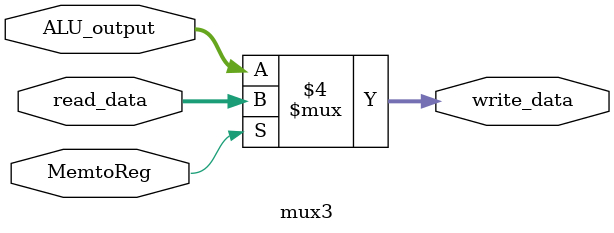
<source format=v>
`timescale 1ns / 1ps
module pipelined_mipstest(input clk,input reset);
wire [31:0]instruction,pc_out1,pc_out1_s1,instruction_s1;
wire  [31:0]pc;
wire [31:0]pc_out1_s2;
wire [31:0]extended_32,extended_32_s2,read_data1,read_data2,read_data1_s2,read_data2_s2,read_data2_s3,read_data3_s4,read_data3;
wire [4:0]instruction_s2_a,instruction_s2_b;
wire [31:0]ALU_result_s3,ALU_result_s4,ALU_result;
wire [3:0]ALUCtrl;


wire [31:0]write_data,write_data_s4,alu_in2;
//wire [4:0]instruction_s2_a,instruction_s2_b;
wire [4:0]write_reg,write_reg_s3,write_reg_s4;
wire [4:0] rs_s2,rt_s2;
wire [1:0]fwa,fwb;
wire [31:0]alu1,alu2,final_data;
//initial pc = 0;
//------------------------------------  stage 1
initialise i(reset, clk,pc,pc_out1);
instruction_mem im(clk,pc,instruction);
add1 a1(pc,pc_out1);
dff1 d1(clk,pc_out1,instruction,pc_out1_s1,instruction_s1);
//------------------------------------  stage 2
control ctrl(instruction_s1,RegDst,ALUSrc,MemtoReg,RegWrite,MemRead,MemWrite,Branch,ALUOp1,ALUOp0);
Register_mem rm(clk,instruction_s1[25:21],instruction_s1[20:16],write_reg_s4,write_data_s4,read_data1,read_data2,RegWrite_s4);
sign_extend snext(instruction_s1[15:0],extended_32);
dff2 d2(instruction_s1[25:21],instruction_s1[20:16],rs_s2,rt_s2,clk,RegDst,ALUSrc,MemtoReg,RegWrite,MemRead,MemWrite,Branch,ALUOp1,ALUOp0,
         RegDst_s2,ALUSrc_s2,MemtoReg_s2,RegWrite_s2,MemRead_s2,MemWrite_s2,Branch_s2,ALUOp1_s2,ALUOp0_s2,pc_out1_s1,pc_out1_s2,extended_32,extended_32_s2,
        instruction_s1[20:16],instruction_s1[15:11],instruction_s2_a,instruction_s2_b,read_data1,read_data2,read_data1_s2,read_data2_s2);
//------------------------------------  stage 3
mux1 m1(instruction_s2_a,instruction_s2_b,RegDst_s2,write_reg);

ALU_control ac(extended_32_s2[5:0],ALUOp1_s2,ALUOp0_s2,ALUCtrl);

forward_1 f1(rs_s2,rt_s2,write_reg_s3,RegWrite_s3,fwa,fwb,write_reg_s4,RegWrite_s4);
muxfa1 mfa1(read_data1_s2,ALU_result_s3,write_data_s4,fwa,alu1);

muxfa2 mfa2(read_data2_s2,ALU_result_s3,write_data_s4,fwb,alu2);

mux2 m2(alu2,extended_32_s2,ALUSrc_s2,alu_in2);
ALU alu(clk,alu1,alu_in2,ALUCtrl,ALU_result);
dff3 d3(clk,ALU_result,write_reg,read_data2_s2,MemWrite_s2,MemtoReg_s2,MemRead_s2,ALU_result_s3,write_reg_s3,read_data2_s3,MemWrite_s3,MemtoReg_s3,MemRead_s3,RegWrite_s2,RegWrite_s3);

//-------------------------------------   stage 4
data_memory dm(clk,MemWrite_s3,MemRead_s3,ALU_result_s3,read_data2_s3,read_data3);
dff4 d4(clk,MemtoReg_s3,MemtoReg_s4,read_data3,read_data3_s4,ALU_result_s3,ALU_result_s4,write_reg_s3,write_reg_s4,RegWrite_s3,RegWrite_s4);

//-----------------------------------    stage 5

mux3 m3(read_data3_s4,ALU_result_s4,MemtoReg_s4,write_data_s4);
endmodule




///////////////////////////INSTRUCTION_FETCH UNIT/////////////////////////////////////
module initialise (input reset ,input clk,output reg [31:0]pc,input [31:0]pc_out1);
always @(posedge clk) begin 
if(reset) pc=0;
else 
    pc=pc_out1;

end
endmodule


module instruction_mem(input clk,input [31:0]address,output reg [31:0]instruction);

wire  [0:31]mem[31:0];

assign mem[0] = 32'b000000_00010_00010_00011_00000_100001;
assign mem[4] = 32'b000000_00100_00001_00001_00000_011011;
assign mem[8] = 32'b000000_00011_00010_00100_00000_100001;
assign mem[12] = 32'b000000_00001_00010_00000_00000_011011;
assign mem[16] = 32'b000000_00110_00110_00000_00000_011001;
assign mem[20] = 32'b000000_00001_00010_00011_00000_100100;
assign mem[24] = 32'b000000_00001_00010_00011_00000_100010;
assign mem[28] = 32'b000000_00001_00010_00011_00000_100000;

always@(*) begin 
     instruction = mem[address];
end

endmodule

module add1(input [31:0]pc,output [31:0]pc_out1);

assign pc_out1 = pc+4;

endmodule

module dff1 (input clk,input [31:0]pc_out1,input [31:0]instruction,output reg [31:0]pc_out1_s1,output reg [31:0]instruction_s1);

always @(posedge clk) begin 
    pc_out1_s1 <= pc_out1;
    instruction_s1 <= instruction;
end

endmodule

module control (input [31:0]instruction,output reg RegDst,output reg  ALUSrc,output reg MemtoReg,output reg RegWrite, 
                output reg MemRead,output reg MemWrite,output reg Branch,output reg ALUOp1,output reg ALUOp0);

always @(instruction) begin 
case(instruction[31:26])

6'b000000: begin 
		RegDst  =1;
		ALUSrc = 0;
		MemtoReg = 0;
		RegWrite = 1;
		MemRead  = 0;
		MemWrite = 0;
		Branch = 0;
		ALUOp1 = 1;
		ALUOp0 = 0;
	end
6'b100011: begin 
		RegDst  =1;
		ALUSrc = 0;
		MemtoReg = 0;
		RegWrite = 1;
		MemRead  = 0;
		MemWrite = 0;
		Branch = 0;
		ALUOp1 = 1;
		ALUOp0 = 0;
	end
6'b101011: begin 
		RegDst  =1;
		ALUSrc = 0;
		MemtoReg = 0;
		RegWrite = 1;
		MemRead  = 0;
		MemWrite = 0;
		Branch = 0;
		ALUOp1 = 1;
		ALUOp0 = 0;
	end
6'b000100: begin 
		RegDst  =1;
		ALUSrc = 0;
		MemtoReg = 0;
		RegWrite = 1;
		MemRead  = 0;
		MemWrite = 0;
		Branch = 0;
		ALUOp1 = 1;
		ALUOp0 = 0;
	end



endcase
end

endmodule
///////////////////Instruction Decode//////////////////// 
module Register_mem (input clk,input [4:0]read_reg1,input [4:0]read_reg2,input [4:0]write_reg,
                     input [31:0]write_data,output reg [31:0]read_data1,output reg [31:0]read_data2,input RegWrite);

reg [31:0]reg_mem[31:0];
reg [31:0]i;
initial begin 
for (i = 0; i < 32; i=i+1) begin 
     reg_mem[i] = i;
end

end

always @(*) begin 

     read_data1 = reg_mem[read_reg1];
     read_data2 = reg_mem[read_reg2]; 
     if(RegWrite) begin
             reg_mem[write_reg ] = write_data;
end
end

endmodule

module sign_extend(input [15:0]a,output [31:0]b);

assign b = {{16{a[15]}},a};

endmodule

module dff2(input [4:0]sa,input [4:0]sb,output reg [4:0]rs_s2,output reg [4:0]rt_s2,input clk,
         input RegDst,input ALUSrc,input MemtoReg,input RegWrite,input MemRead,input MemWrite,input Branch,
	input ALUOp1,input ALUOp0,output reg RegDst_s2,output reg  ALUSrc_s2,output reg  MemtoReg_s2,
        output reg  RegWrite_s2,output reg  MemRead_s2,output reg  MemWrite_s2,output reg  Branch_s2,output  reg ALUOp1_s2,
        output reg  ALUOp0_s2,input  [31:0]pc_out1_s1,output reg [31:0]pc_out1_s2,input [31:0] extended_32,output reg  [31:0] extended_32_s2,
        input [4:0]instruction_a,input [4:0]instruction_b,output reg [4:0]instruction_s2_a,output reg [4:0]instruction_s2_b,
        input [31:0] read_data1,input [31:0] read_data2,output reg [31:0] read_data1_s2,output reg [31:0] read_data2_s2);

always @(posedge clk) begin 
     rs_s2<=sa;
     rt_s2<=sb;
     RegDst_s2<=RegDst;
     ALUSrc_s2<=ALUSrc;
     MemtoReg_s2<=MemtoReg;
     RegWrite_s2<=RegWrite;
     MemRead_s2<=MemRead;
     MemWrite_s2<=MemWrite;
     Branch_s2<=Branch;
     ALUOp1_s2<=ALUOp1;
     ALUOp0_s2<=ALUOp0;
     extended_32_s2<=extended_32;
     instruction_s2_a <=instruction_a;
     instruction_s2_b<=instruction_b;
     read_data1_s2<=read_data1;
     read_data2_s2<=read_data2;
     pc_out1_s2<=pc_out1_s1;
end

endmodule

//------------------------------------------------------ stage 3

module mux1(input [4:0]a,input [4:0]b,input sel,output [4:0]c);
assign c = (sel)?b:a;
endmodule

module ALU_control (input [5:0]a,input ALUOp1,input ALUOp0,output [3:0]ALUCtrl);
assign ALUCtrl = (({ALUOp1,ALUOp0}==2'b10))?((a == 6'b100001)?4'b0010:(a == 6'b100010)?4'b0110:(a == 6'b100100)?4'b0000:(a==6'b100101)?4'b0001:(a == 6'b011011)?4'b0100:4'b0011):4'bz;

endmodule


module mux2 (input [31:0]read_data2,input [31:0]extended32,input ALUSrc,output [31:0]alu_in2);

assign alu_in2 = (ALUSrc)?extended32:read_data2;

endmodule

module ALU (input clk,input [31:0]read_data1,input [31:0]alu_in2,input [3:0]ALUCtrl,output reg [31:0]ALU_output);

always @(ALUCtrl,read_data1,alu_in2) begin 
case(ALUCtrl)
     4'b0010: ALU_output = read_data1+alu_in2; 
     4'b0110: ALU_output = read_data1-alu_in2;
     4'b0000: ALU_output = read_data1 & alu_in2;
     4'b0001: ALU_output = read_data1 | alu_in2;
     4'b0011: ALU_output = multiplier(read_data1, alu_in2);
     4'b0100:begin ALU_output = div(read_data1, alu_in2);end
endcase


$display("control = ",ALUCtrl, " result = ",ALU_output);
end


function [31:0]multiplier(input [31:0]a,input [31:0]b);
parameter WIDTH = 32;
reg [WIDTH-1:0]temp;
reg [WIDTH-1:0]m;
reg [WIDTH-1:0]r;
reg [WIDTH*2:0]A,S,P;

begin 
     $displayb("MULTIPLICAITN",a,"-----> ", b);
     m = 32'b11111_11111_11111_11111_11111_11111_11^a;
     m = m+1;
     A = {a,33'b0};
     S = {m,33'b0};
     P = {32'b0,b,1'b0};
     repeat(WIDTH) begin
          if(P[1:0]==0)begin 
               P = {P[64],P[64:1]};
          end
          else if(P[1:0]==1)begin 
               P=P+A;
               P = {P[64],P[64:1]};

          end
          else if(P[1:0]==2)begin 
               P = P+S;
               P = {P[64],P[64:1]};
          end
          else if(P[1:0]==3)begin 
               P = {P[64],P[64:1]};
          end
     end
     multiplier = P[33:1];
end

endfunction

function [31:0]div(input [31:0]A,input [31:0]B);
    //the size of input and output ports of the division module is generic.
    parameter WIDTH = 32;
    //input and output ports.
    
    reg [WIDTH-1:0] Res;
    //internal variables    
    //reg [WIDTH-1:0] Res = 0;
    reg [WIDTH-1:0] a1,b1;
    reg [WIDTH:0] p1;   
    integer i; 
    begin
$display("-------------",A,B);
    Res = 0;
    //initialize the variables.
        a1 = A;
        b1 = B;
        p1= 0;
        for(i=0;i < WIDTH;i=i+1)    begin //start the for loop
            p1 = {p1[WIDTH-2:0],a1[WIDTH-1]};
            a1[WIDTH-1:1] = a1[WIDTH-2:0];
            p1 = p1-b1;
            if(p1[WIDTH-1] == 1)    begin
                a1[0] = 0;
                p1 = p1+b1;  
                   end
            else
                a1[0] = 1;
        end
        div = a1;   
    end 

endfunction
endmodule 





module dff3 (input clk,input [31:0]ALU_result,input [4:0]write_reg,input [31:0]read_data2_s2, 
            input MemWrite_s2,input MemtoReg_s2,input MemRead_s2,output reg [31:0]ALU_result_s3,output  reg [4:0] write_reg_s3,
            output reg [31:0]read_data2_s3,output reg  MemWrite_s3,output reg MemtoReg_s3,output reg MemRead_s3,input RegWrite_s2,output reg RegWrite_s3);

always @(posedge clk) begin 
     ALU_result_s3<=ALU_result;
     write_reg_s3<=write_reg;
     read_data2_s3<=read_data2_s2;
     MemWrite_s3<=MemWrite_s2;
     MemtoReg_s3<=MemtoReg_s2;
     MemRead_s3<=MemRead_s2;
     RegWrite_s3<=RegWrite_s2;
     $monitorb("________________________________________________________",ALU_result);
end
endmodule

// --------------------------------  stage 4

module forward_1 (input [4:0]rs_s2,input [4:0]rt_s2,input [4:0]write_reg_s3,input RegWrite_s3,output reg [1:0]fwda,output reg [1:0]fwdb,input [4:0]write_reg_s4,input RegWrite_s4);
//
always @(write_reg_s3,rs_s2,rt_s2) begin 
//
fwda = 0;
fwdb = 0;
if((RegWrite_s3 ==1) && (write_reg_s3 !=0) &&(write_reg_s3 == rs_s2) )begin 
    fwda = 2'b10;
end 
if((RegWrite_s3 ==1) && (write_reg_s3 !=0) &&(write_reg_s3 == rt_s2) )begin 
    fwdb = 2'b10;
end 
if((RegWrite_s4 ==1) && (write_reg_s4 !=0) &&(write_reg_s4 == rs_s2) && !((RegWrite_s3 ==1) && (write_reg_s3 !=0) &&(write_reg_s3 == rs_s2) ))begin 
    fwda = 2'b01;
end 
if((RegWrite_s3 ==1) && (write_reg_s3 !=0) &&(write_reg_s4 == rt_s2) && !((RegWrite_s3 ==1) && (write_reg_s3 !=0) &&(write_reg_s3 == rt_s2) ) )begin 
    fwdb = 2'b01;
end 


end
//
endmodule


module muxfa2 (input [31:0]read_data2_s2,input [31:0]ALU_result_s3,input [31:0]final_data,input [1:0]fwb,output reg [31:0]alu2);

always @(*) begin 

if(fwb==2)begin 
alu2 = ALU_result_s3;
end
else if(fwb==1)
alu2 = final_data;
else alu2 = read_data2_s2;
end

endmodule


module muxfa1 (input [31:0]read_data1_s2,input [31:0]ALU_result_s3,input [31:0] final_data,input [1:0]fwa,output reg  [31:0]alu1);
always @(*) begin 
if(fwa==2)begin 
alu1 = ALU_result_s3;
end
else if(fwa==1)
alu1 = final_data;
else alu1 = read_data1_s2;
end
endmodule


module data_memory (input clk,input MemWrite,input MemRead,input [31:0]ALU_output,input [31:0]read_data2,output reg [31:0]read_data);
reg [31:0]mem[0:232];
reg [232:0]i;
initial begin 
	for(i = 0; i < 232 ; i = i+1) begin 
		mem[i] = 0;
	end
end

always @(posedge clk) begin 

     if(MemRead) begin 
          read_data = mem[ALU_output];
     end
     if(MemWrite) begin 
          mem[ALU_output] = read_data2;
     end
end
endmodule

module dff4 (input clk,input MemtoReg_s3,output reg MemtoReg_s4,input [31:0]read_data3,output reg [31:0]read_data3_s4,
             input [31:0]ALU_result_s3,output reg [31:0]ALU_result_s4,input [4:0]write_reg_s3,output reg [4:0]write_reg_s4,input RegWrite_s3,output reg RegWrite_s4);

always @(posedge clk) begin 
     MemtoReg_s4<=MemtoReg_s3;
     read_data3_s4<=read_data3;
     ALU_result_s4<=ALU_result_s3;
     
     write_reg_s4<= write_reg_s3;
     RegWrite_s4<=RegWrite_s3;

end
endmodule

//----------------------------------------- stage 5

module mux3 (input [31:0]read_data,input [31:0]ALU_output,input MemtoReg,output [31:0]write_data);

assign write_data = (MemtoReg)?read_data:ALU_output;

endmodule

</source>
